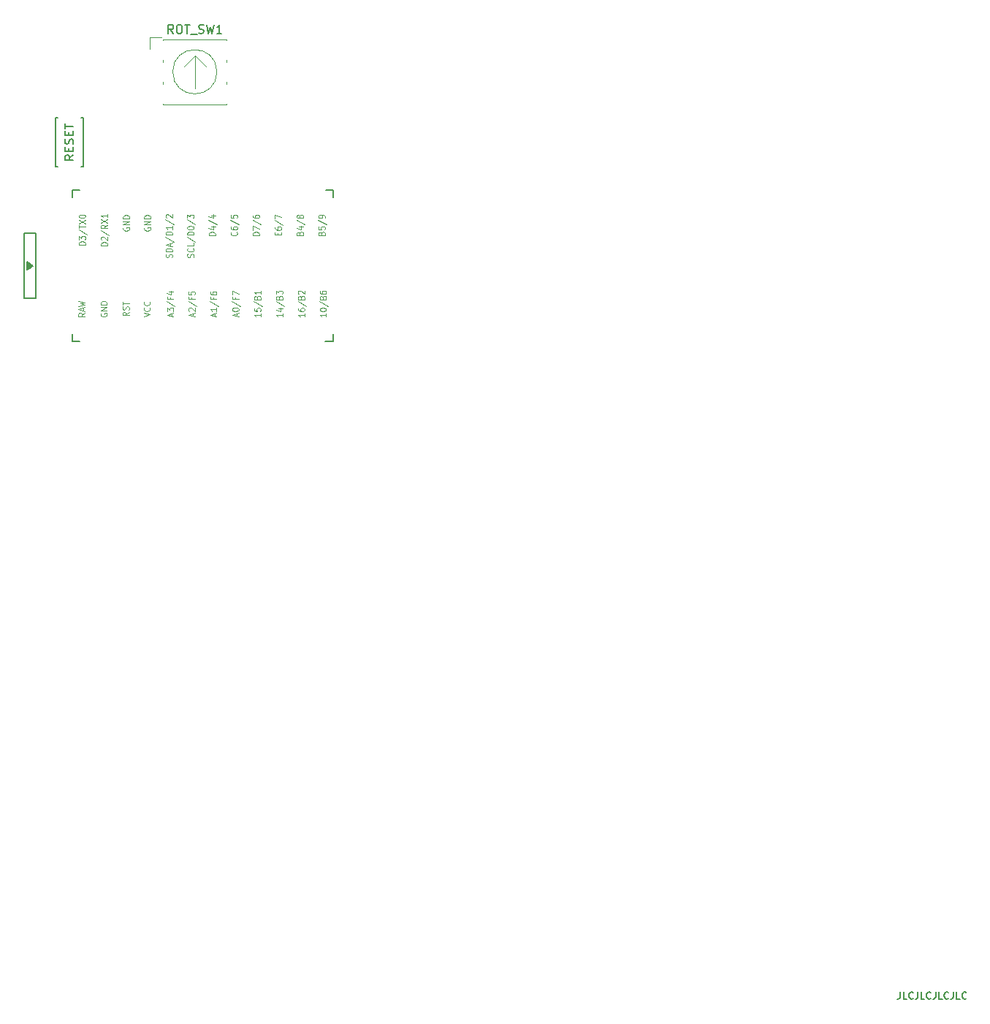
<source format=gbr>
%TF.GenerationSoftware,KiCad,Pcbnew,(5.1.9)-1*%
%TF.CreationDate,2021-05-29T17:03:01+09:00*%
%TF.ProjectId,yuiop31rs-r2,7975696f-7033-4317-9273-2d72322e6b69,1*%
%TF.SameCoordinates,Original*%
%TF.FileFunction,Legend,Top*%
%TF.FilePolarity,Positive*%
%FSLAX46Y46*%
G04 Gerber Fmt 4.6, Leading zero omitted, Abs format (unit mm)*
G04 Created by KiCad (PCBNEW (5.1.9)-1) date 2021-05-29 17:03:01*
%MOMM*%
%LPD*%
G01*
G04 APERTURE LIST*
%ADD10C,0.150000*%
%ADD11C,0.120000*%
%ADD12C,0.125000*%
G04 APERTURE END LIST*
D10*
X190304761Y-155561904D02*
X190304761Y-156133333D01*
X190266666Y-156247619D01*
X190190476Y-156323809D01*
X190076190Y-156361904D01*
X190000000Y-156361904D01*
X191066666Y-156361904D02*
X190685714Y-156361904D01*
X190685714Y-155561904D01*
X191790476Y-156285714D02*
X191752380Y-156323809D01*
X191638095Y-156361904D01*
X191561904Y-156361904D01*
X191447619Y-156323809D01*
X191371428Y-156247619D01*
X191333333Y-156171428D01*
X191295238Y-156019047D01*
X191295238Y-155904761D01*
X191333333Y-155752380D01*
X191371428Y-155676190D01*
X191447619Y-155600000D01*
X191561904Y-155561904D01*
X191638095Y-155561904D01*
X191752380Y-155600000D01*
X191790476Y-155638095D01*
X192361904Y-155561904D02*
X192361904Y-156133333D01*
X192323809Y-156247619D01*
X192247619Y-156323809D01*
X192133333Y-156361904D01*
X192057142Y-156361904D01*
X193123809Y-156361904D02*
X192742857Y-156361904D01*
X192742857Y-155561904D01*
X193847619Y-156285714D02*
X193809523Y-156323809D01*
X193695238Y-156361904D01*
X193619047Y-156361904D01*
X193504761Y-156323809D01*
X193428571Y-156247619D01*
X193390476Y-156171428D01*
X193352380Y-156019047D01*
X193352380Y-155904761D01*
X193390476Y-155752380D01*
X193428571Y-155676190D01*
X193504761Y-155600000D01*
X193619047Y-155561904D01*
X193695238Y-155561904D01*
X193809523Y-155600000D01*
X193847619Y-155638095D01*
X194419047Y-155561904D02*
X194419047Y-156133333D01*
X194380952Y-156247619D01*
X194304761Y-156323809D01*
X194190476Y-156361904D01*
X194114285Y-156361904D01*
X195180952Y-156361904D02*
X194800000Y-156361904D01*
X194800000Y-155561904D01*
X195904761Y-156285714D02*
X195866666Y-156323809D01*
X195752380Y-156361904D01*
X195676190Y-156361904D01*
X195561904Y-156323809D01*
X195485714Y-156247619D01*
X195447619Y-156171428D01*
X195409523Y-156019047D01*
X195409523Y-155904761D01*
X195447619Y-155752380D01*
X195485714Y-155676190D01*
X195561904Y-155600000D01*
X195676190Y-155561904D01*
X195752380Y-155561904D01*
X195866666Y-155600000D01*
X195904761Y-155638095D01*
X196476190Y-155561904D02*
X196476190Y-156133333D01*
X196438095Y-156247619D01*
X196361904Y-156323809D01*
X196247619Y-156361904D01*
X196171428Y-156361904D01*
X197238095Y-156361904D02*
X196857142Y-156361904D01*
X196857142Y-155561904D01*
X197961904Y-156285714D02*
X197923809Y-156323809D01*
X197809523Y-156361904D01*
X197733333Y-156361904D01*
X197619047Y-156323809D01*
X197542857Y-156247619D01*
X197504761Y-156171428D01*
X197466666Y-156019047D01*
X197466666Y-155904761D01*
X197504761Y-155752380D01*
X197542857Y-155676190D01*
X197619047Y-155600000D01*
X197733333Y-155561904D01*
X197809523Y-155561904D01*
X197923809Y-155600000D01*
X197961904Y-155638095D01*
%TO.C,U1*%
X124600000Y-62674900D02*
X124600000Y-63534900D01*
X124600000Y-80174900D02*
X124600000Y-79324900D01*
X123750000Y-62674900D02*
X124600000Y-62674900D01*
X123700000Y-80174900D02*
X124600000Y-80174900D01*
X94400000Y-62674900D02*
X94400000Y-63474900D01*
X94400000Y-80174900D02*
X94400000Y-79324900D01*
X94400000Y-62674900D02*
X95250000Y-62674900D01*
X94400000Y-80174900D02*
X95250000Y-80174900D01*
X88800000Y-75174900D02*
X90100000Y-75174900D01*
X90100000Y-75174900D02*
X90100000Y-67674900D01*
X90100000Y-67674900D02*
X88800000Y-67674900D01*
X88800000Y-67674900D02*
X88800000Y-75174900D01*
X89150000Y-71924900D02*
X89150000Y-70924900D01*
X89150000Y-70924900D02*
X89800000Y-71424900D01*
X89800000Y-71424900D02*
X89150000Y-71924900D01*
X89300000Y-71774900D02*
X89300000Y-71074900D01*
X89450000Y-71674900D02*
X89450000Y-71174900D01*
X89600000Y-71574900D02*
X89600000Y-71274900D01*
D11*
%TO.C,ROT_SW1*%
X108566000Y-47041700D02*
X109846000Y-48321700D01*
X107286000Y-48321700D02*
X108566000Y-47041700D01*
X108566000Y-47041700D02*
X108566000Y-50881700D01*
X103336000Y-44941700D02*
X104706000Y-44941700D01*
X103336000Y-46311700D02*
X103336000Y-44941700D01*
X112236000Y-50111700D02*
X112236000Y-50351700D01*
X112236000Y-47571700D02*
X112236000Y-47811700D01*
X104896000Y-50111700D02*
X104896000Y-50351700D01*
X104896000Y-47571700D02*
X104896000Y-47811700D01*
X112236000Y-52731700D02*
X112236000Y-52651700D01*
X104896000Y-52731700D02*
X112236000Y-52731700D01*
X104896000Y-52651700D02*
X104896000Y-52731700D01*
X112236000Y-45191700D02*
X112236000Y-45271700D01*
X104896000Y-45191700D02*
X112236000Y-45191700D01*
X104896000Y-45271700D02*
X104896000Y-45191700D01*
X111126000Y-48961700D02*
G75*
G03*
X111126000Y-48961700I-2560000J0D01*
G01*
D10*
%TO.C,RESET_SW1*%
X95640400Y-59987300D02*
X95640400Y-54287300D01*
X95640400Y-54287300D02*
X95390400Y-54287300D01*
X95640400Y-59987300D02*
X95390400Y-59987300D01*
X92440400Y-59987300D02*
X92690400Y-59987300D01*
X92440400Y-59987300D02*
X92440400Y-54287300D01*
X92440400Y-54287300D02*
X92690400Y-54287300D01*
%TO.C,U1*%
D12*
X95839285Y-76882519D02*
X95482142Y-77105852D01*
X95839285Y-77265376D02*
X95089285Y-77265376D01*
X95089285Y-77010138D01*
X95125000Y-76946328D01*
X95160714Y-76914423D01*
X95232142Y-76882519D01*
X95339285Y-76882519D01*
X95410714Y-76914423D01*
X95446428Y-76946328D01*
X95482142Y-77010138D01*
X95482142Y-77265376D01*
X95625000Y-76627280D02*
X95625000Y-76308233D01*
X95839285Y-76691090D02*
X95089285Y-76467757D01*
X95839285Y-76244423D01*
X95089285Y-76084900D02*
X95839285Y-75925376D01*
X95303571Y-75797757D01*
X95839285Y-75670138D01*
X95089285Y-75510614D01*
X97675000Y-76930376D02*
X97639285Y-76994185D01*
X97639285Y-77089900D01*
X97675000Y-77185614D01*
X97746428Y-77249423D01*
X97817857Y-77281328D01*
X97960714Y-77313233D01*
X98067857Y-77313233D01*
X98210714Y-77281328D01*
X98282142Y-77249423D01*
X98353571Y-77185614D01*
X98389285Y-77089900D01*
X98389285Y-77026090D01*
X98353571Y-76930376D01*
X98317857Y-76898471D01*
X98067857Y-76898471D01*
X98067857Y-77026090D01*
X98389285Y-76611328D02*
X97639285Y-76611328D01*
X98389285Y-76228471D01*
X97639285Y-76228471D01*
X98389285Y-75909423D02*
X97639285Y-75909423D01*
X97639285Y-75749900D01*
X97675000Y-75654185D01*
X97746428Y-75590376D01*
X97817857Y-75558471D01*
X97960714Y-75526566D01*
X98067857Y-75526566D01*
X98210714Y-75558471D01*
X98282142Y-75590376D01*
X98353571Y-75654185D01*
X98389285Y-75749900D01*
X98389285Y-75909423D01*
X100939285Y-76786804D02*
X100582142Y-77010138D01*
X100939285Y-77169661D02*
X100189285Y-77169661D01*
X100189285Y-76914423D01*
X100225000Y-76850614D01*
X100260714Y-76818709D01*
X100332142Y-76786804D01*
X100439285Y-76786804D01*
X100510714Y-76818709D01*
X100546428Y-76850614D01*
X100582142Y-76914423D01*
X100582142Y-77169661D01*
X100903571Y-76531566D02*
X100939285Y-76435852D01*
X100939285Y-76276328D01*
X100903571Y-76212519D01*
X100867857Y-76180614D01*
X100796428Y-76148709D01*
X100725000Y-76148709D01*
X100653571Y-76180614D01*
X100617857Y-76212519D01*
X100582142Y-76276328D01*
X100546428Y-76403947D01*
X100510714Y-76467757D01*
X100475000Y-76499661D01*
X100403571Y-76531566D01*
X100332142Y-76531566D01*
X100260714Y-76499661D01*
X100225000Y-76467757D01*
X100189285Y-76403947D01*
X100189285Y-76244423D01*
X100225000Y-76148709D01*
X100189285Y-75957280D02*
X100189285Y-75574423D01*
X100939285Y-75765852D02*
X100189285Y-75765852D01*
X102639285Y-77313233D02*
X103389285Y-77089900D01*
X102639285Y-76866566D01*
X103317857Y-76260376D02*
X103353571Y-76292280D01*
X103389285Y-76387995D01*
X103389285Y-76451804D01*
X103353571Y-76547519D01*
X103282142Y-76611328D01*
X103210714Y-76643233D01*
X103067857Y-76675138D01*
X102960714Y-76675138D01*
X102817857Y-76643233D01*
X102746428Y-76611328D01*
X102675000Y-76547519D01*
X102639285Y-76451804D01*
X102639285Y-76387995D01*
X102675000Y-76292280D01*
X102710714Y-76260376D01*
X103317857Y-75590376D02*
X103353571Y-75622280D01*
X103389285Y-75717995D01*
X103389285Y-75781804D01*
X103353571Y-75877519D01*
X103282142Y-75941328D01*
X103210714Y-75973233D01*
X103067857Y-76005138D01*
X102960714Y-76005138D01*
X102817857Y-75973233D01*
X102746428Y-75941328D01*
X102675000Y-75877519D01*
X102639285Y-75781804D01*
X102639285Y-75717995D01*
X102675000Y-75622280D01*
X102710714Y-75590376D01*
X105875000Y-77255614D02*
X105875000Y-76936566D01*
X106089285Y-77319423D02*
X105339285Y-77096090D01*
X106089285Y-76872757D01*
X105339285Y-76713233D02*
X105339285Y-76298471D01*
X105625000Y-76521804D01*
X105625000Y-76426090D01*
X105660714Y-76362280D01*
X105696428Y-76330376D01*
X105767857Y-76298471D01*
X105946428Y-76298471D01*
X106017857Y-76330376D01*
X106053571Y-76362280D01*
X106089285Y-76426090D01*
X106089285Y-76617519D01*
X106053571Y-76681328D01*
X106017857Y-76713233D01*
X105303571Y-75532757D02*
X106267857Y-76107042D01*
X105696428Y-75086090D02*
X105696428Y-75309423D01*
X106089285Y-75309423D02*
X105339285Y-75309423D01*
X105339285Y-74990376D01*
X105589285Y-74447995D02*
X106089285Y-74447995D01*
X105303571Y-74607519D02*
X105839285Y-74767042D01*
X105839285Y-74352280D01*
X108375000Y-77255614D02*
X108375000Y-76936566D01*
X108589285Y-77319423D02*
X107839285Y-77096090D01*
X108589285Y-76872757D01*
X107910714Y-76681328D02*
X107875000Y-76649423D01*
X107839285Y-76585614D01*
X107839285Y-76426090D01*
X107875000Y-76362280D01*
X107910714Y-76330376D01*
X107982142Y-76298471D01*
X108053571Y-76298471D01*
X108160714Y-76330376D01*
X108589285Y-76713233D01*
X108589285Y-76298471D01*
X107803571Y-75532757D02*
X108767857Y-76107042D01*
X108196428Y-75086090D02*
X108196428Y-75309423D01*
X108589285Y-75309423D02*
X107839285Y-75309423D01*
X107839285Y-74990376D01*
X107839285Y-74416090D02*
X107839285Y-74735138D01*
X108196428Y-74767042D01*
X108160714Y-74735138D01*
X108125000Y-74671328D01*
X108125000Y-74511804D01*
X108160714Y-74447995D01*
X108196428Y-74416090D01*
X108267857Y-74384185D01*
X108446428Y-74384185D01*
X108517857Y-74416090D01*
X108553571Y-74447995D01*
X108589285Y-74511804D01*
X108589285Y-74671328D01*
X108553571Y-74735138D01*
X108517857Y-74767042D01*
X110875000Y-77255614D02*
X110875000Y-76936566D01*
X111089285Y-77319423D02*
X110339285Y-77096090D01*
X111089285Y-76872757D01*
X111089285Y-76298471D02*
X111089285Y-76681328D01*
X111089285Y-76489900D02*
X110339285Y-76489900D01*
X110446428Y-76553709D01*
X110517857Y-76617519D01*
X110553571Y-76681328D01*
X110303571Y-75532757D02*
X111267857Y-76107042D01*
X110696428Y-75086090D02*
X110696428Y-75309423D01*
X111089285Y-75309423D02*
X110339285Y-75309423D01*
X110339285Y-74990376D01*
X110339285Y-74447995D02*
X110339285Y-74575614D01*
X110375000Y-74639423D01*
X110410714Y-74671328D01*
X110517857Y-74735138D01*
X110660714Y-74767042D01*
X110946428Y-74767042D01*
X111017857Y-74735138D01*
X111053571Y-74703233D01*
X111089285Y-74639423D01*
X111089285Y-74511804D01*
X111053571Y-74447995D01*
X111017857Y-74416090D01*
X110946428Y-74384185D01*
X110767857Y-74384185D01*
X110696428Y-74416090D01*
X110660714Y-74447995D01*
X110625000Y-74511804D01*
X110625000Y-74639423D01*
X110660714Y-74703233D01*
X110696428Y-74735138D01*
X110767857Y-74767042D01*
X113425000Y-77255614D02*
X113425000Y-76936566D01*
X113639285Y-77319423D02*
X112889285Y-77096090D01*
X113639285Y-76872757D01*
X112889285Y-76521804D02*
X112889285Y-76457995D01*
X112925000Y-76394185D01*
X112960714Y-76362280D01*
X113032142Y-76330376D01*
X113175000Y-76298471D01*
X113353571Y-76298471D01*
X113496428Y-76330376D01*
X113567857Y-76362280D01*
X113603571Y-76394185D01*
X113639285Y-76457995D01*
X113639285Y-76521804D01*
X113603571Y-76585614D01*
X113567857Y-76617519D01*
X113496428Y-76649423D01*
X113353571Y-76681328D01*
X113175000Y-76681328D01*
X113032142Y-76649423D01*
X112960714Y-76617519D01*
X112925000Y-76585614D01*
X112889285Y-76521804D01*
X112853571Y-75532757D02*
X113817857Y-76107042D01*
X113246428Y-75086090D02*
X113246428Y-75309423D01*
X113639285Y-75309423D02*
X112889285Y-75309423D01*
X112889285Y-74990376D01*
X112889285Y-74798947D02*
X112889285Y-74352280D01*
X113639285Y-74639423D01*
X116189285Y-76952519D02*
X116189285Y-77335376D01*
X116189285Y-77143947D02*
X115439285Y-77143947D01*
X115546428Y-77207757D01*
X115617857Y-77271566D01*
X115653571Y-77335376D01*
X115439285Y-76346328D02*
X115439285Y-76665376D01*
X115796428Y-76697280D01*
X115760714Y-76665376D01*
X115725000Y-76601566D01*
X115725000Y-76442042D01*
X115760714Y-76378233D01*
X115796428Y-76346328D01*
X115867857Y-76314423D01*
X116046428Y-76314423D01*
X116117857Y-76346328D01*
X116153571Y-76378233D01*
X116189285Y-76442042D01*
X116189285Y-76601566D01*
X116153571Y-76665376D01*
X116117857Y-76697280D01*
X115403571Y-75548709D02*
X116367857Y-76122995D01*
X115796428Y-75102042D02*
X115832142Y-75006328D01*
X115867857Y-74974423D01*
X115939285Y-74942519D01*
X116046428Y-74942519D01*
X116117857Y-74974423D01*
X116153571Y-75006328D01*
X116189285Y-75070138D01*
X116189285Y-75325376D01*
X115439285Y-75325376D01*
X115439285Y-75102042D01*
X115475000Y-75038233D01*
X115510714Y-75006328D01*
X115582142Y-74974423D01*
X115653571Y-74974423D01*
X115725000Y-75006328D01*
X115760714Y-75038233D01*
X115796428Y-75102042D01*
X115796428Y-75325376D01*
X116189285Y-74304423D02*
X116189285Y-74687280D01*
X116189285Y-74495852D02*
X115439285Y-74495852D01*
X115546428Y-74559661D01*
X115617857Y-74623471D01*
X115653571Y-74687280D01*
X118739285Y-76952519D02*
X118739285Y-77335376D01*
X118739285Y-77143947D02*
X117989285Y-77143947D01*
X118096428Y-77207757D01*
X118167857Y-77271566D01*
X118203571Y-77335376D01*
X118239285Y-76378233D02*
X118739285Y-76378233D01*
X117953571Y-76537757D02*
X118489285Y-76697280D01*
X118489285Y-76282519D01*
X117953571Y-75548709D02*
X118917857Y-76122995D01*
X118346428Y-75102042D02*
X118382142Y-75006328D01*
X118417857Y-74974423D01*
X118489285Y-74942519D01*
X118596428Y-74942519D01*
X118667857Y-74974423D01*
X118703571Y-75006328D01*
X118739285Y-75070138D01*
X118739285Y-75325376D01*
X117989285Y-75325376D01*
X117989285Y-75102042D01*
X118025000Y-75038233D01*
X118060714Y-75006328D01*
X118132142Y-74974423D01*
X118203571Y-74974423D01*
X118275000Y-75006328D01*
X118310714Y-75038233D01*
X118346428Y-75102042D01*
X118346428Y-75325376D01*
X117989285Y-74719185D02*
X117989285Y-74304423D01*
X118275000Y-74527757D01*
X118275000Y-74432042D01*
X118310714Y-74368233D01*
X118346428Y-74336328D01*
X118417857Y-74304423D01*
X118596428Y-74304423D01*
X118667857Y-74336328D01*
X118703571Y-74368233D01*
X118739285Y-74432042D01*
X118739285Y-74623471D01*
X118703571Y-74687280D01*
X118667857Y-74719185D01*
X123789285Y-76952519D02*
X123789285Y-77335376D01*
X123789285Y-77143947D02*
X123039285Y-77143947D01*
X123146428Y-77207757D01*
X123217857Y-77271566D01*
X123253571Y-77335376D01*
X123039285Y-76537757D02*
X123039285Y-76473947D01*
X123075000Y-76410138D01*
X123110714Y-76378233D01*
X123182142Y-76346328D01*
X123325000Y-76314423D01*
X123503571Y-76314423D01*
X123646428Y-76346328D01*
X123717857Y-76378233D01*
X123753571Y-76410138D01*
X123789285Y-76473947D01*
X123789285Y-76537757D01*
X123753571Y-76601566D01*
X123717857Y-76633471D01*
X123646428Y-76665376D01*
X123503571Y-76697280D01*
X123325000Y-76697280D01*
X123182142Y-76665376D01*
X123110714Y-76633471D01*
X123075000Y-76601566D01*
X123039285Y-76537757D01*
X123003571Y-75548709D02*
X123967857Y-76122995D01*
X123396428Y-75102042D02*
X123432142Y-75006328D01*
X123467857Y-74974423D01*
X123539285Y-74942519D01*
X123646428Y-74942519D01*
X123717857Y-74974423D01*
X123753571Y-75006328D01*
X123789285Y-75070138D01*
X123789285Y-75325376D01*
X123039285Y-75325376D01*
X123039285Y-75102042D01*
X123075000Y-75038233D01*
X123110714Y-75006328D01*
X123182142Y-74974423D01*
X123253571Y-74974423D01*
X123325000Y-75006328D01*
X123360714Y-75038233D01*
X123396428Y-75102042D01*
X123396428Y-75325376D01*
X123039285Y-74368233D02*
X123039285Y-74495852D01*
X123075000Y-74559661D01*
X123110714Y-74591566D01*
X123217857Y-74655376D01*
X123360714Y-74687280D01*
X123646428Y-74687280D01*
X123717857Y-74655376D01*
X123753571Y-74623471D01*
X123789285Y-74559661D01*
X123789285Y-74432042D01*
X123753571Y-74368233D01*
X123717857Y-74336328D01*
X123646428Y-74304423D01*
X123467857Y-74304423D01*
X123396428Y-74336328D01*
X123360714Y-74368233D01*
X123325000Y-74432042D01*
X123325000Y-74559661D01*
X123360714Y-74623471D01*
X123396428Y-74655376D01*
X123467857Y-74687280D01*
X121289285Y-76952519D02*
X121289285Y-77335376D01*
X121289285Y-77143947D02*
X120539285Y-77143947D01*
X120646428Y-77207757D01*
X120717857Y-77271566D01*
X120753571Y-77335376D01*
X120539285Y-76378233D02*
X120539285Y-76505852D01*
X120575000Y-76569661D01*
X120610714Y-76601566D01*
X120717857Y-76665376D01*
X120860714Y-76697280D01*
X121146428Y-76697280D01*
X121217857Y-76665376D01*
X121253571Y-76633471D01*
X121289285Y-76569661D01*
X121289285Y-76442042D01*
X121253571Y-76378233D01*
X121217857Y-76346328D01*
X121146428Y-76314423D01*
X120967857Y-76314423D01*
X120896428Y-76346328D01*
X120860714Y-76378233D01*
X120825000Y-76442042D01*
X120825000Y-76569661D01*
X120860714Y-76633471D01*
X120896428Y-76665376D01*
X120967857Y-76697280D01*
X120503571Y-75548709D02*
X121467857Y-76122995D01*
X120896428Y-75102042D02*
X120932142Y-75006328D01*
X120967857Y-74974423D01*
X121039285Y-74942519D01*
X121146428Y-74942519D01*
X121217857Y-74974423D01*
X121253571Y-75006328D01*
X121289285Y-75070138D01*
X121289285Y-75325376D01*
X120539285Y-75325376D01*
X120539285Y-75102042D01*
X120575000Y-75038233D01*
X120610714Y-75006328D01*
X120682142Y-74974423D01*
X120753571Y-74974423D01*
X120825000Y-75006328D01*
X120860714Y-75038233D01*
X120896428Y-75102042D01*
X120896428Y-75325376D01*
X120610714Y-74687280D02*
X120575000Y-74655376D01*
X120539285Y-74591566D01*
X120539285Y-74432042D01*
X120575000Y-74368233D01*
X120610714Y-74336328D01*
X120682142Y-74304423D01*
X120753571Y-74304423D01*
X120860714Y-74336328D01*
X121289285Y-74719185D01*
X121289285Y-74304423D01*
X118196428Y-67852519D02*
X118196428Y-67629185D01*
X118589285Y-67533471D02*
X118589285Y-67852519D01*
X117839285Y-67852519D01*
X117839285Y-67533471D01*
X117839285Y-66959185D02*
X117839285Y-67086804D01*
X117875000Y-67150614D01*
X117910714Y-67182519D01*
X118017857Y-67246328D01*
X118160714Y-67278233D01*
X118446428Y-67278233D01*
X118517857Y-67246328D01*
X118553571Y-67214423D01*
X118589285Y-67150614D01*
X118589285Y-67022995D01*
X118553571Y-66959185D01*
X118517857Y-66927280D01*
X118446428Y-66895376D01*
X118267857Y-66895376D01*
X118196428Y-66927280D01*
X118160714Y-66959185D01*
X118125000Y-67022995D01*
X118125000Y-67150614D01*
X118160714Y-67214423D01*
X118196428Y-67246328D01*
X118267857Y-67278233D01*
X117803571Y-66129661D02*
X118767857Y-66703947D01*
X117839285Y-65970138D02*
X117839285Y-65523471D01*
X118589285Y-65810614D01*
X116039285Y-67884423D02*
X115289285Y-67884423D01*
X115289285Y-67724900D01*
X115325000Y-67629185D01*
X115396428Y-67565376D01*
X115467857Y-67533471D01*
X115610714Y-67501566D01*
X115717857Y-67501566D01*
X115860714Y-67533471D01*
X115932142Y-67565376D01*
X116003571Y-67629185D01*
X116039285Y-67724900D01*
X116039285Y-67884423D01*
X115289285Y-67278233D02*
X115289285Y-66831566D01*
X116039285Y-67118709D01*
X115253571Y-66097757D02*
X116217857Y-66672042D01*
X115289285Y-65587280D02*
X115289285Y-65714900D01*
X115325000Y-65778709D01*
X115360714Y-65810614D01*
X115467857Y-65874423D01*
X115610714Y-65906328D01*
X115896428Y-65906328D01*
X115967857Y-65874423D01*
X116003571Y-65842519D01*
X116039285Y-65778709D01*
X116039285Y-65651090D01*
X116003571Y-65587280D01*
X115967857Y-65555376D01*
X115896428Y-65523471D01*
X115717857Y-65523471D01*
X115646428Y-65555376D01*
X115610714Y-65587280D01*
X115575000Y-65651090D01*
X115575000Y-65778709D01*
X115610714Y-65842519D01*
X115646428Y-65874423D01*
X115717857Y-65906328D01*
X100275000Y-66980376D02*
X100239285Y-67044185D01*
X100239285Y-67139900D01*
X100275000Y-67235614D01*
X100346428Y-67299423D01*
X100417857Y-67331328D01*
X100560714Y-67363233D01*
X100667857Y-67363233D01*
X100810714Y-67331328D01*
X100882142Y-67299423D01*
X100953571Y-67235614D01*
X100989285Y-67139900D01*
X100989285Y-67076090D01*
X100953571Y-66980376D01*
X100917857Y-66948471D01*
X100667857Y-66948471D01*
X100667857Y-67076090D01*
X100989285Y-66661328D02*
X100239285Y-66661328D01*
X100989285Y-66278471D01*
X100239285Y-66278471D01*
X100989285Y-65959423D02*
X100239285Y-65959423D01*
X100239285Y-65799900D01*
X100275000Y-65704185D01*
X100346428Y-65640376D01*
X100417857Y-65608471D01*
X100560714Y-65576566D01*
X100667857Y-65576566D01*
X100810714Y-65608471D01*
X100882142Y-65640376D01*
X100953571Y-65704185D01*
X100989285Y-65799900D01*
X100989285Y-65959423D01*
X102725000Y-66980376D02*
X102689285Y-67044185D01*
X102689285Y-67139900D01*
X102725000Y-67235614D01*
X102796428Y-67299423D01*
X102867857Y-67331328D01*
X103010714Y-67363233D01*
X103117857Y-67363233D01*
X103260714Y-67331328D01*
X103332142Y-67299423D01*
X103403571Y-67235614D01*
X103439285Y-67139900D01*
X103439285Y-67076090D01*
X103403571Y-66980376D01*
X103367857Y-66948471D01*
X103117857Y-66948471D01*
X103117857Y-67076090D01*
X103439285Y-66661328D02*
X102689285Y-66661328D01*
X103439285Y-66278471D01*
X102689285Y-66278471D01*
X103439285Y-65959423D02*
X102689285Y-65959423D01*
X102689285Y-65799900D01*
X102725000Y-65704185D01*
X102796428Y-65640376D01*
X102867857Y-65608471D01*
X103010714Y-65576566D01*
X103117857Y-65576566D01*
X103260714Y-65608471D01*
X103332142Y-65640376D01*
X103403571Y-65704185D01*
X103439285Y-65799900D01*
X103439285Y-65959423D01*
X95889285Y-69008709D02*
X95139285Y-69008709D01*
X95139285Y-68849185D01*
X95175000Y-68753471D01*
X95246428Y-68689661D01*
X95317857Y-68657757D01*
X95460714Y-68625852D01*
X95567857Y-68625852D01*
X95710714Y-68657757D01*
X95782142Y-68689661D01*
X95853571Y-68753471D01*
X95889285Y-68849185D01*
X95889285Y-69008709D01*
X95139285Y-68402519D02*
X95139285Y-67987757D01*
X95425000Y-68211090D01*
X95425000Y-68115376D01*
X95460714Y-68051566D01*
X95496428Y-68019661D01*
X95567857Y-67987757D01*
X95746428Y-67987757D01*
X95817857Y-68019661D01*
X95853571Y-68051566D01*
X95889285Y-68115376D01*
X95889285Y-68306804D01*
X95853571Y-68370614D01*
X95817857Y-68402519D01*
X95103571Y-67222042D02*
X96067857Y-67796328D01*
X95139285Y-67094423D02*
X95139285Y-66711566D01*
X95889285Y-66902995D02*
X95139285Y-66902995D01*
X95139285Y-66552042D02*
X95889285Y-66105376D01*
X95139285Y-66105376D02*
X95889285Y-66552042D01*
X95139285Y-65722519D02*
X95139285Y-65658709D01*
X95175000Y-65594900D01*
X95210714Y-65562995D01*
X95282142Y-65531090D01*
X95425000Y-65499185D01*
X95603571Y-65499185D01*
X95746428Y-65531090D01*
X95817857Y-65562995D01*
X95853571Y-65594900D01*
X95889285Y-65658709D01*
X95889285Y-65722519D01*
X95853571Y-65786328D01*
X95817857Y-65818233D01*
X95746428Y-65850138D01*
X95603571Y-65882042D01*
X95425000Y-65882042D01*
X95282142Y-65850138D01*
X95210714Y-65818233D01*
X95175000Y-65786328D01*
X95139285Y-65722519D01*
X110939285Y-67884423D02*
X110189285Y-67884423D01*
X110189285Y-67724900D01*
X110225000Y-67629185D01*
X110296428Y-67565376D01*
X110367857Y-67533471D01*
X110510714Y-67501566D01*
X110617857Y-67501566D01*
X110760714Y-67533471D01*
X110832142Y-67565376D01*
X110903571Y-67629185D01*
X110939285Y-67724900D01*
X110939285Y-67884423D01*
X110439285Y-66927280D02*
X110939285Y-66927280D01*
X110153571Y-67086804D02*
X110689285Y-67246328D01*
X110689285Y-66831566D01*
X110153571Y-66097757D02*
X111117857Y-66672042D01*
X110439285Y-65587280D02*
X110939285Y-65587280D01*
X110153571Y-65746804D02*
X110689285Y-65906328D01*
X110689285Y-65491566D01*
X105903571Y-70458471D02*
X105939285Y-70362757D01*
X105939285Y-70203233D01*
X105903571Y-70139423D01*
X105867857Y-70107519D01*
X105796428Y-70075614D01*
X105725000Y-70075614D01*
X105653571Y-70107519D01*
X105617857Y-70139423D01*
X105582142Y-70203233D01*
X105546428Y-70330852D01*
X105510714Y-70394661D01*
X105475000Y-70426566D01*
X105403571Y-70458471D01*
X105332142Y-70458471D01*
X105260714Y-70426566D01*
X105225000Y-70394661D01*
X105189285Y-70330852D01*
X105189285Y-70171328D01*
X105225000Y-70075614D01*
X105939285Y-69788471D02*
X105189285Y-69788471D01*
X105189285Y-69628947D01*
X105225000Y-69533233D01*
X105296428Y-69469423D01*
X105367857Y-69437519D01*
X105510714Y-69405614D01*
X105617857Y-69405614D01*
X105760714Y-69437519D01*
X105832142Y-69469423D01*
X105903571Y-69533233D01*
X105939285Y-69628947D01*
X105939285Y-69788471D01*
X105725000Y-69150376D02*
X105725000Y-68831328D01*
X105939285Y-69214185D02*
X105189285Y-68990852D01*
X105939285Y-68767519D01*
X105153571Y-68065614D02*
X106117857Y-68639900D01*
X105939285Y-67842280D02*
X105189285Y-67842280D01*
X105189285Y-67682757D01*
X105225000Y-67587042D01*
X105296428Y-67523233D01*
X105367857Y-67491328D01*
X105510714Y-67459423D01*
X105617857Y-67459423D01*
X105760714Y-67491328D01*
X105832142Y-67523233D01*
X105903571Y-67587042D01*
X105939285Y-67682757D01*
X105939285Y-67842280D01*
X105939285Y-66821328D02*
X105939285Y-67204185D01*
X105939285Y-67012757D02*
X105189285Y-67012757D01*
X105296428Y-67076566D01*
X105367857Y-67140376D01*
X105403571Y-67204185D01*
X105153571Y-66055614D02*
X106117857Y-66629900D01*
X105260714Y-65864185D02*
X105225000Y-65832280D01*
X105189285Y-65768471D01*
X105189285Y-65608947D01*
X105225000Y-65545138D01*
X105260714Y-65513233D01*
X105332142Y-65481328D01*
X105403571Y-65481328D01*
X105510714Y-65513233D01*
X105939285Y-65896090D01*
X105939285Y-65481328D01*
X108403571Y-70442519D02*
X108439285Y-70346804D01*
X108439285Y-70187280D01*
X108403571Y-70123471D01*
X108367857Y-70091566D01*
X108296428Y-70059661D01*
X108225000Y-70059661D01*
X108153571Y-70091566D01*
X108117857Y-70123471D01*
X108082142Y-70187280D01*
X108046428Y-70314900D01*
X108010714Y-70378709D01*
X107975000Y-70410614D01*
X107903571Y-70442519D01*
X107832142Y-70442519D01*
X107760714Y-70410614D01*
X107725000Y-70378709D01*
X107689285Y-70314900D01*
X107689285Y-70155376D01*
X107725000Y-70059661D01*
X108367857Y-69389661D02*
X108403571Y-69421566D01*
X108439285Y-69517280D01*
X108439285Y-69581090D01*
X108403571Y-69676804D01*
X108332142Y-69740614D01*
X108260714Y-69772519D01*
X108117857Y-69804423D01*
X108010714Y-69804423D01*
X107867857Y-69772519D01*
X107796428Y-69740614D01*
X107725000Y-69676804D01*
X107689285Y-69581090D01*
X107689285Y-69517280D01*
X107725000Y-69421566D01*
X107760714Y-69389661D01*
X108439285Y-68783471D02*
X108439285Y-69102519D01*
X107689285Y-69102519D01*
X107653571Y-68081566D02*
X108617857Y-68655852D01*
X108439285Y-67858233D02*
X107689285Y-67858233D01*
X107689285Y-67698709D01*
X107725000Y-67602995D01*
X107796428Y-67539185D01*
X107867857Y-67507280D01*
X108010714Y-67475376D01*
X108117857Y-67475376D01*
X108260714Y-67507280D01*
X108332142Y-67539185D01*
X108403571Y-67602995D01*
X108439285Y-67698709D01*
X108439285Y-67858233D01*
X107689285Y-67060614D02*
X107689285Y-66996804D01*
X107725000Y-66932995D01*
X107760714Y-66901090D01*
X107832142Y-66869185D01*
X107975000Y-66837280D01*
X108153571Y-66837280D01*
X108296428Y-66869185D01*
X108367857Y-66901090D01*
X108403571Y-66932995D01*
X108439285Y-66996804D01*
X108439285Y-67060614D01*
X108403571Y-67124423D01*
X108367857Y-67156328D01*
X108296428Y-67188233D01*
X108153571Y-67220138D01*
X107975000Y-67220138D01*
X107832142Y-67188233D01*
X107760714Y-67156328D01*
X107725000Y-67124423D01*
X107689285Y-67060614D01*
X107653571Y-66071566D02*
X108617857Y-66645852D01*
X107689285Y-65912042D02*
X107689285Y-65497280D01*
X107975000Y-65720614D01*
X107975000Y-65624900D01*
X108010714Y-65561090D01*
X108046428Y-65529185D01*
X108117857Y-65497280D01*
X108296428Y-65497280D01*
X108367857Y-65529185D01*
X108403571Y-65561090D01*
X108439285Y-65624900D01*
X108439285Y-65816328D01*
X108403571Y-65880138D01*
X108367857Y-65912042D01*
X113417857Y-67501566D02*
X113453571Y-67533471D01*
X113489285Y-67629185D01*
X113489285Y-67692995D01*
X113453571Y-67788709D01*
X113382142Y-67852519D01*
X113310714Y-67884423D01*
X113167857Y-67916328D01*
X113060714Y-67916328D01*
X112917857Y-67884423D01*
X112846428Y-67852519D01*
X112775000Y-67788709D01*
X112739285Y-67692995D01*
X112739285Y-67629185D01*
X112775000Y-67533471D01*
X112810714Y-67501566D01*
X112739285Y-66927280D02*
X112739285Y-67054900D01*
X112775000Y-67118709D01*
X112810714Y-67150614D01*
X112917857Y-67214423D01*
X113060714Y-67246328D01*
X113346428Y-67246328D01*
X113417857Y-67214423D01*
X113453571Y-67182519D01*
X113489285Y-67118709D01*
X113489285Y-66991090D01*
X113453571Y-66927280D01*
X113417857Y-66895376D01*
X113346428Y-66863471D01*
X113167857Y-66863471D01*
X113096428Y-66895376D01*
X113060714Y-66927280D01*
X113025000Y-66991090D01*
X113025000Y-67118709D01*
X113060714Y-67182519D01*
X113096428Y-67214423D01*
X113167857Y-67246328D01*
X112703571Y-66097757D02*
X113667857Y-66672042D01*
X112739285Y-65555376D02*
X112739285Y-65874423D01*
X113096428Y-65906328D01*
X113060714Y-65874423D01*
X113025000Y-65810614D01*
X113025000Y-65651090D01*
X113060714Y-65587280D01*
X113096428Y-65555376D01*
X113167857Y-65523471D01*
X113346428Y-65523471D01*
X113417857Y-65555376D01*
X113453571Y-65587280D01*
X113489285Y-65651090D01*
X113489285Y-65810614D01*
X113453571Y-65874423D01*
X113417857Y-65906328D01*
X123246428Y-67661090D02*
X123282142Y-67565376D01*
X123317857Y-67533471D01*
X123389285Y-67501566D01*
X123496428Y-67501566D01*
X123567857Y-67533471D01*
X123603571Y-67565376D01*
X123639285Y-67629185D01*
X123639285Y-67884423D01*
X122889285Y-67884423D01*
X122889285Y-67661090D01*
X122925000Y-67597280D01*
X122960714Y-67565376D01*
X123032142Y-67533471D01*
X123103571Y-67533471D01*
X123175000Y-67565376D01*
X123210714Y-67597280D01*
X123246428Y-67661090D01*
X123246428Y-67884423D01*
X122889285Y-66895376D02*
X122889285Y-67214423D01*
X123246428Y-67246328D01*
X123210714Y-67214423D01*
X123175000Y-67150614D01*
X123175000Y-66991090D01*
X123210714Y-66927280D01*
X123246428Y-66895376D01*
X123317857Y-66863471D01*
X123496428Y-66863471D01*
X123567857Y-66895376D01*
X123603571Y-66927280D01*
X123639285Y-66991090D01*
X123639285Y-67150614D01*
X123603571Y-67214423D01*
X123567857Y-67246328D01*
X122853571Y-66097757D02*
X123817857Y-66672042D01*
X123639285Y-65842519D02*
X123639285Y-65714900D01*
X123603571Y-65651090D01*
X123567857Y-65619185D01*
X123460714Y-65555376D01*
X123317857Y-65523471D01*
X123032142Y-65523471D01*
X122960714Y-65555376D01*
X122925000Y-65587280D01*
X122889285Y-65651090D01*
X122889285Y-65778709D01*
X122925000Y-65842519D01*
X122960714Y-65874423D01*
X123032142Y-65906328D01*
X123210714Y-65906328D01*
X123282142Y-65874423D01*
X123317857Y-65842519D01*
X123353571Y-65778709D01*
X123353571Y-65651090D01*
X123317857Y-65587280D01*
X123282142Y-65555376D01*
X123210714Y-65523471D01*
X98439285Y-69088471D02*
X97689285Y-69088471D01*
X97689285Y-68928947D01*
X97725000Y-68833233D01*
X97796428Y-68769423D01*
X97867857Y-68737519D01*
X98010714Y-68705614D01*
X98117857Y-68705614D01*
X98260714Y-68737519D01*
X98332142Y-68769423D01*
X98403571Y-68833233D01*
X98439285Y-68928947D01*
X98439285Y-69088471D01*
X97760714Y-68450376D02*
X97725000Y-68418471D01*
X97689285Y-68354661D01*
X97689285Y-68195138D01*
X97725000Y-68131328D01*
X97760714Y-68099423D01*
X97832142Y-68067519D01*
X97903571Y-68067519D01*
X98010714Y-68099423D01*
X98439285Y-68482280D01*
X98439285Y-68067519D01*
X97653571Y-67301804D02*
X98617857Y-67876090D01*
X98439285Y-66695614D02*
X98082142Y-66918947D01*
X98439285Y-67078471D02*
X97689285Y-67078471D01*
X97689285Y-66823233D01*
X97725000Y-66759423D01*
X97760714Y-66727519D01*
X97832142Y-66695614D01*
X97939285Y-66695614D01*
X98010714Y-66727519D01*
X98046428Y-66759423D01*
X98082142Y-66823233D01*
X98082142Y-67078471D01*
X97689285Y-66472280D02*
X98439285Y-66025614D01*
X97689285Y-66025614D02*
X98439285Y-66472280D01*
X98439285Y-65419423D02*
X98439285Y-65802280D01*
X98439285Y-65610852D02*
X97689285Y-65610852D01*
X97796428Y-65674661D01*
X97867857Y-65738471D01*
X97903571Y-65802280D01*
X120746428Y-67661090D02*
X120782142Y-67565376D01*
X120817857Y-67533471D01*
X120889285Y-67501566D01*
X120996428Y-67501566D01*
X121067857Y-67533471D01*
X121103571Y-67565376D01*
X121139285Y-67629185D01*
X121139285Y-67884423D01*
X120389285Y-67884423D01*
X120389285Y-67661090D01*
X120425000Y-67597280D01*
X120460714Y-67565376D01*
X120532142Y-67533471D01*
X120603571Y-67533471D01*
X120675000Y-67565376D01*
X120710714Y-67597280D01*
X120746428Y-67661090D01*
X120746428Y-67884423D01*
X120639285Y-66927280D02*
X121139285Y-66927280D01*
X120353571Y-67086804D02*
X120889285Y-67246328D01*
X120889285Y-66831566D01*
X120353571Y-66097757D02*
X121317857Y-66672042D01*
X120710714Y-65778709D02*
X120675000Y-65842519D01*
X120639285Y-65874423D01*
X120567857Y-65906328D01*
X120532142Y-65906328D01*
X120460714Y-65874423D01*
X120425000Y-65842519D01*
X120389285Y-65778709D01*
X120389285Y-65651090D01*
X120425000Y-65587280D01*
X120460714Y-65555376D01*
X120532142Y-65523471D01*
X120567857Y-65523471D01*
X120639285Y-65555376D01*
X120675000Y-65587280D01*
X120710714Y-65651090D01*
X120710714Y-65778709D01*
X120746428Y-65842519D01*
X120782142Y-65874423D01*
X120853571Y-65906328D01*
X120996428Y-65906328D01*
X121067857Y-65874423D01*
X121103571Y-65842519D01*
X121139285Y-65778709D01*
X121139285Y-65651090D01*
X121103571Y-65587280D01*
X121067857Y-65555376D01*
X120996428Y-65523471D01*
X120853571Y-65523471D01*
X120782142Y-65555376D01*
X120746428Y-65587280D01*
X120710714Y-65651090D01*
%TO.C,ROT_SW1*%
D10*
X106066000Y-44514080D02*
X105732666Y-44037890D01*
X105494571Y-44514080D02*
X105494571Y-43514080D01*
X105875523Y-43514080D01*
X105970761Y-43561700D01*
X106018380Y-43609319D01*
X106066000Y-43704557D01*
X106066000Y-43847414D01*
X106018380Y-43942652D01*
X105970761Y-43990271D01*
X105875523Y-44037890D01*
X105494571Y-44037890D01*
X106685047Y-43514080D02*
X106875523Y-43514080D01*
X106970761Y-43561700D01*
X107066000Y-43656938D01*
X107113619Y-43847414D01*
X107113619Y-44180747D01*
X107066000Y-44371223D01*
X106970761Y-44466461D01*
X106875523Y-44514080D01*
X106685047Y-44514080D01*
X106589809Y-44466461D01*
X106494571Y-44371223D01*
X106446952Y-44180747D01*
X106446952Y-43847414D01*
X106494571Y-43656938D01*
X106589809Y-43561700D01*
X106685047Y-43514080D01*
X107399333Y-43514080D02*
X107970761Y-43514080D01*
X107685047Y-44514080D02*
X107685047Y-43514080D01*
X108066000Y-44609319D02*
X108827904Y-44609319D01*
X109018380Y-44466461D02*
X109161238Y-44514080D01*
X109399333Y-44514080D01*
X109494571Y-44466461D01*
X109542190Y-44418842D01*
X109589809Y-44323604D01*
X109589809Y-44228366D01*
X109542190Y-44133128D01*
X109494571Y-44085509D01*
X109399333Y-44037890D01*
X109208857Y-43990271D01*
X109113619Y-43942652D01*
X109066000Y-43895033D01*
X109018380Y-43799795D01*
X109018380Y-43704557D01*
X109066000Y-43609319D01*
X109113619Y-43561700D01*
X109208857Y-43514080D01*
X109446952Y-43514080D01*
X109589809Y-43561700D01*
X109923142Y-43514080D02*
X110161238Y-44514080D01*
X110351714Y-43799795D01*
X110542190Y-44514080D01*
X110780285Y-43514080D01*
X111685047Y-44514080D02*
X111113619Y-44514080D01*
X111399333Y-44514080D02*
X111399333Y-43514080D01*
X111304095Y-43656938D01*
X111208857Y-43752176D01*
X111113619Y-43799795D01*
%TO.C,RESET_SW1*%
X94492780Y-58589680D02*
X94016590Y-58923014D01*
X94492780Y-59161109D02*
X93492780Y-59161109D01*
X93492780Y-58780157D01*
X93540400Y-58684919D01*
X93588019Y-58637300D01*
X93683257Y-58589680D01*
X93826114Y-58589680D01*
X93921352Y-58637300D01*
X93968971Y-58684919D01*
X94016590Y-58780157D01*
X94016590Y-59161109D01*
X93968971Y-58161109D02*
X93968971Y-57827776D01*
X94492780Y-57684919D02*
X94492780Y-58161109D01*
X93492780Y-58161109D01*
X93492780Y-57684919D01*
X94445161Y-57303966D02*
X94492780Y-57161109D01*
X94492780Y-56923014D01*
X94445161Y-56827776D01*
X94397542Y-56780157D01*
X94302304Y-56732538D01*
X94207066Y-56732538D01*
X94111828Y-56780157D01*
X94064209Y-56827776D01*
X94016590Y-56923014D01*
X93968971Y-57113490D01*
X93921352Y-57208728D01*
X93873733Y-57256347D01*
X93778495Y-57303966D01*
X93683257Y-57303966D01*
X93588019Y-57256347D01*
X93540400Y-57208728D01*
X93492780Y-57113490D01*
X93492780Y-56875395D01*
X93540400Y-56732538D01*
X93968971Y-56303966D02*
X93968971Y-55970633D01*
X94492780Y-55827776D02*
X94492780Y-56303966D01*
X93492780Y-56303966D01*
X93492780Y-55827776D01*
X93492780Y-55542061D02*
X93492780Y-54970633D01*
X94492780Y-55256347D02*
X93492780Y-55256347D01*
%TD*%
M02*

</source>
